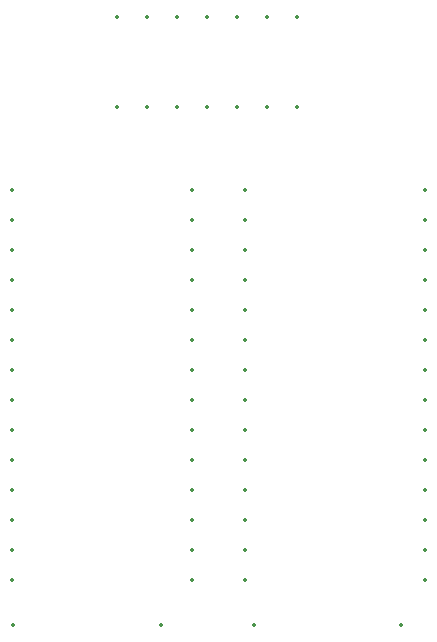
<source format=gbo>
%TF.GenerationSoftware,KiCad,Pcbnew,8.0.6+1*%
%TF.CreationDate,2024-12-27T19:01:20+01:00*%
%TF.ProjectId,QL_ROM_Cartridge_original,514c5f52-4f4d-45f4-9361-727472696467,0*%
%TF.SameCoordinates,Original*%
%TF.FileFunction,Legend,Bot*%
%TF.FilePolarity,Positive*%
%FSLAX46Y46*%
G04 Gerber Fmt 4.6, Leading zero omitted, Abs format (unit mm)*
G04 Created by KiCad (PCBNEW 8.0.6+1) date 2024-12-27 19:01:20*
%MOMM*%
%LPD*%
G01*
G04 APERTURE LIST*
%ADD10C,0.350000*%
G04 APERTURE END LIST*
D10*
X37465000Y34290000D03*
X37465000Y36830000D03*
X37465000Y39370000D03*
X37465000Y41910000D03*
X37465000Y44450000D03*
X37465000Y46990000D03*
X37465000Y49530000D03*
X37465000Y52070000D03*
X37465000Y54610000D03*
X37465000Y57150000D03*
X37465000Y59690000D03*
X37465000Y62230000D03*
X37465000Y64770000D03*
X37465000Y67310000D03*
X22225000Y67310000D03*
X22225000Y64770000D03*
X22225000Y62230000D03*
X22225000Y59690000D03*
X22225000Y57150000D03*
X22225000Y54610000D03*
X22225000Y52070000D03*
X22225000Y49530000D03*
X22225000Y46990000D03*
X22225000Y44450000D03*
X22225000Y41910000D03*
X22225000Y39370000D03*
X22225000Y36830000D03*
X22225000Y34290000D03*
X17785000Y34300000D03*
X17785000Y36840000D03*
X17785000Y39380000D03*
X17785000Y41920000D03*
X17785000Y44460000D03*
X17785000Y47000000D03*
X17785000Y49540000D03*
X17785000Y52080000D03*
X17785000Y54620000D03*
X17785000Y57160000D03*
X17785000Y59700000D03*
X17785000Y62240000D03*
X17785000Y64780000D03*
X17785000Y67320000D03*
X2545000Y67320000D03*
X2545000Y64780000D03*
X2545000Y62240000D03*
X2545000Y59700000D03*
X2545000Y57160000D03*
X2545000Y54620000D03*
X2545000Y52080000D03*
X2545000Y49540000D03*
X2545000Y47000000D03*
X2545000Y44460000D03*
X2545000Y41920000D03*
X2545000Y39380000D03*
X2545000Y36840000D03*
X2545000Y34300000D03*
X2620000Y30480000D03*
X15120000Y30480000D03*
X35460000Y30480000D03*
X22960000Y30480000D03*
X11430000Y74295000D03*
X13970000Y74295000D03*
X16510000Y74295000D03*
X19050000Y74295000D03*
X21590000Y74295000D03*
X24130000Y74295000D03*
X26670000Y74295000D03*
X26670000Y81915000D03*
X24130000Y81915000D03*
X21590000Y81915000D03*
X19050000Y81915000D03*
X16510000Y81915000D03*
X13970000Y81915000D03*
X11430000Y81915000D03*
M02*

</source>
